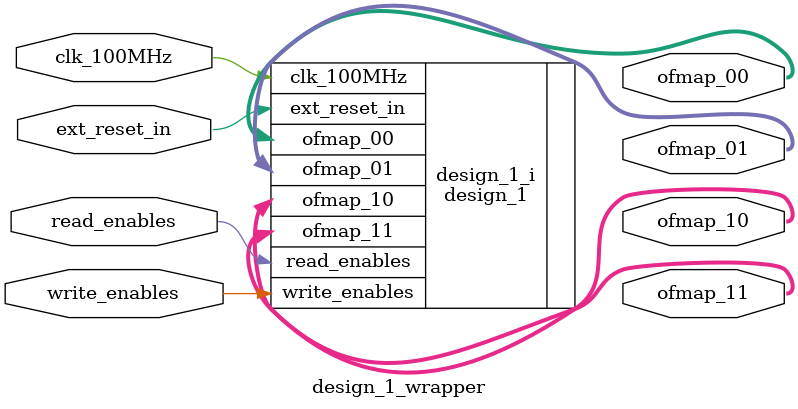
<source format=v>
`timescale 1 ps / 1 ps

module design_1_wrapper
   (clk_100MHz,
    ext_reset_in,
    ofmap_00,
    ofmap_01,
    ofmap_10,
    ofmap_11,
    read_enables,
    write_enables);
  input clk_100MHz;
  input ext_reset_in;
  output [15:0]ofmap_00;
  output [15:0]ofmap_01;
  output [15:0]ofmap_10;
  output [15:0]ofmap_11;
  input read_enables;
  input write_enables;

  wire clk_100MHz;
  wire ext_reset_in;
  wire [15:0]ofmap_00;
  wire [15:0]ofmap_01;
  wire [15:0]ofmap_10;
  wire [15:0]ofmap_11;
  wire read_enables;
  wire write_enables;

  design_1 design_1_i
       (.clk_100MHz(clk_100MHz),
        .ext_reset_in(ext_reset_in),
        .ofmap_00(ofmap_00),
        .ofmap_01(ofmap_01),
        .ofmap_10(ofmap_10),
        .ofmap_11(ofmap_11),
        .read_enables(read_enables),
        .write_enables(write_enables));
endmodule

</source>
